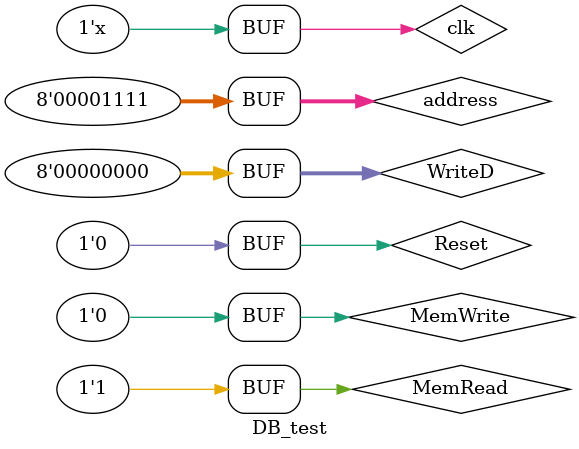
<source format=v>
`timescale 1ns / 1ps


module DB_test;

	// Inputs
	reg [7:0] address;
	reg [7:0] WriteD;
	reg MemRead;
	reg MemWrite;
	reg clk;
	reg Reset;

	// Outputs
	wire [7:0] ReadD;

	// Instantiate the Unit Under Test (UUT)
	DM uut (
		.address(address), 
		.WriteD(WriteD), 
		.MemRead(MemRead), 
		.MemWrite(MemWrite), 
		.clk(clk), 
		.Reset(Reset), 
		.ReadD(ReadD)
	);

	always #10 clk = ~clk;
	initial begin
		// Initialize Inputs
		address = 0;
		WriteD = 0;
		MemRead = 0;
		MemWrite = 0;
		clk = 0;
		Reset = 0;

		// Wait 100 ns for global reset to finish
		#100;
		
        
		// Add stimulus here
		address = 8'b0000_0111;
		WriteD = 8'b0001_0110;
		MemRead = 0;
		MemWrite = 1;
		Reset = 1;
		
		#50;
		
		address = 8'b0000_1111;
		WriteD = 0;
		MemRead = 1;
		MemWrite = 0;
		Reset = 0;
		
		#50;
		
		address = 8'b0001_1110; //expect 0000_1111
		WriteD = 0;
		MemRead = 1;
		MemWrite = 0;
		Reset = 0;
		
		#50;
		
		address = 8'b0000_1111;
		WriteD = 8'hFF;
		MemRead = 0;
		MemWrite = 1;
		Reset = 0;
		
		#50;
		
		address = 8'b0000_1111;
		WriteD = 0;
		MemRead = 1;
		MemWrite = 0;
		Reset = 0;
		
	end
      
endmodule


</source>
